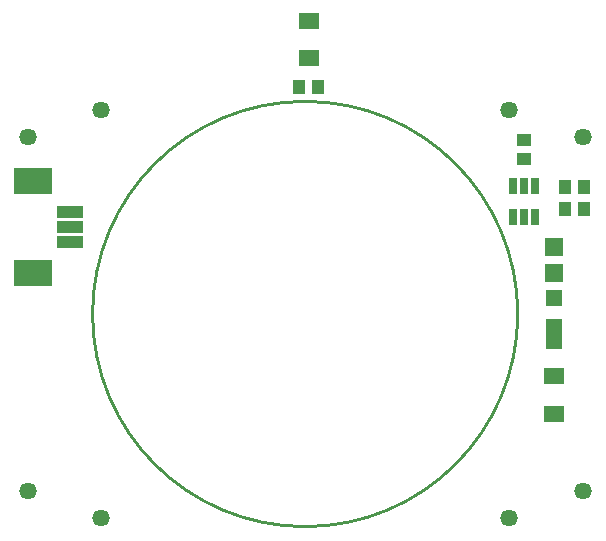
<source format=gbs>
G04*
G04 #@! TF.GenerationSoftware,Altium Limited,Altium Designer,20.0.2 (26)*
G04*
G04 Layer_Color=16711935*
%FSLAX44Y44*%
%MOMM*%
G71*
G01*
G75*
%ADD11C,0.2540*%
%ADD44C,1.4572*%
%ADD57R,1.4532X1.4032*%
%ADD58R,1.4532X2.6032*%
%ADD59R,1.6002X1.6002*%
%ADD60R,3.2032X2.3032*%
%ADD61R,2.3032X1.0032*%
%ADD62R,0.7112X1.4732*%
%ADD63R,1.0922X1.2192*%
%ADD64R,1.2192X1.0922*%
%ADD65R,1.8032X1.4032*%
D11*
X180000Y0D02*
G03*
X180000Y0I-180000J0D01*
G01*
D44*
X-235000Y150000D02*
D03*
Y-150000D02*
D03*
X235000D02*
D03*
X-172500Y-172500D02*
D03*
X172500D02*
D03*
Y172500D02*
D03*
X-172500D02*
D03*
X235000Y150000D02*
D03*
D57*
X211003Y13844D02*
D03*
D58*
Y-16906D02*
D03*
D59*
Y35116D02*
D03*
Y56706D02*
D03*
D60*
X-230130Y34960D02*
D03*
Y112360D02*
D03*
D61*
X-199130Y86160D02*
D03*
Y73660D02*
D03*
Y61160D02*
D03*
D62*
X194920Y108103D02*
D03*
X185420D02*
D03*
X175920D02*
D03*
Y82103D02*
D03*
X185420D02*
D03*
X194920D02*
D03*
D63*
X220083Y88591D02*
D03*
X236085D02*
D03*
X220083Y107846D02*
D03*
X236085D02*
D03*
X10947Y191770D02*
D03*
X-5055D02*
D03*
D64*
X185420Y131215D02*
D03*
Y147217D02*
D03*
D65*
X211003Y-52576D02*
D03*
Y-84576D02*
D03*
X2946Y216410D02*
D03*
Y248410D02*
D03*
M02*

</source>
